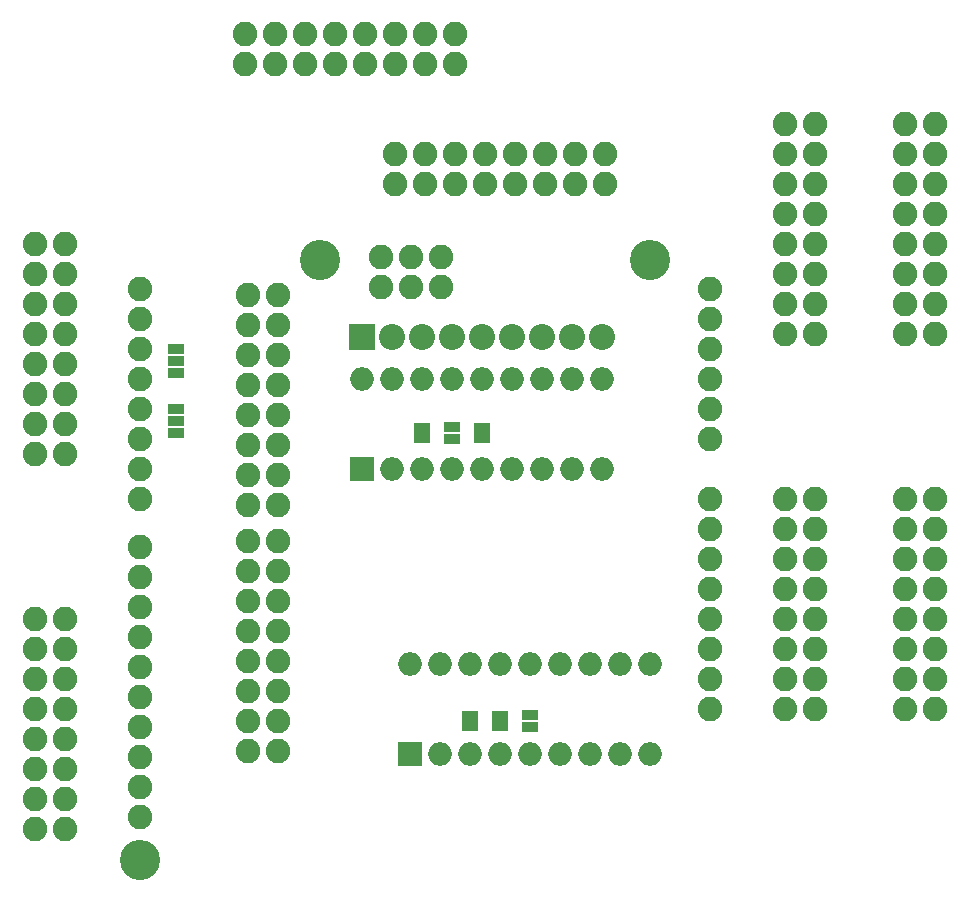
<source format=gbs>
G04 #@! TF.FileFunction,Soldermask,Bot*
%FSLAX46Y46*%
G04 Gerber Fmt 4.6, Leading zero omitted, Abs format (unit mm)*
G04 Created by KiCad (PCBNEW 4.0.7) date 04/09/18 16:02:50*
%MOMM*%
%LPD*%
G01*
G04 APERTURE LIST*
%ADD10C,0.100000*%
%ADD11R,1.473200X0.838200*%
%ADD12R,2.000000X2.000000*%
%ADD13O,2.000000X2.000000*%
%ADD14C,2.082800*%
%ADD15C,3.403200*%
%ADD16R,2.210000X2.210000*%
%ADD17C,2.210000*%
G04 APERTURE END LIST*
D10*
D11*
X107188000Y-83312000D03*
X107188000Y-82296000D03*
X107188000Y-81280000D03*
X107188000Y-78232000D03*
X107188000Y-77216000D03*
X107188000Y-76200000D03*
D12*
X127000000Y-110490000D03*
D13*
X147320000Y-102870000D03*
X129540000Y-110490000D03*
X144780000Y-102870000D03*
X132080000Y-110490000D03*
X142240000Y-102870000D03*
X134620000Y-110490000D03*
X139700000Y-102870000D03*
X137160000Y-110490000D03*
X137160000Y-102870000D03*
X139700000Y-110490000D03*
X134620000Y-102870000D03*
X142240000Y-110490000D03*
X132080000Y-102870000D03*
X144780000Y-110490000D03*
X129540000Y-102870000D03*
X147320000Y-110490000D03*
X127000000Y-102870000D03*
D11*
X137160000Y-107188000D03*
X137160000Y-108204000D03*
X134620000Y-107289600D03*
X134620000Y-108102400D03*
X132080000Y-107289600D03*
X132080000Y-108102400D03*
D12*
X122936000Y-86360000D03*
D13*
X143256000Y-78740000D03*
X125476000Y-86360000D03*
X140716000Y-78740000D03*
X128016000Y-86360000D03*
X138176000Y-78740000D03*
X130556000Y-86360000D03*
X135636000Y-78740000D03*
X133096000Y-86360000D03*
X133096000Y-78740000D03*
X135636000Y-86360000D03*
X130556000Y-78740000D03*
X138176000Y-86360000D03*
X128016000Y-78740000D03*
X140716000Y-86360000D03*
X125476000Y-78740000D03*
X143256000Y-86360000D03*
X122936000Y-78740000D03*
D11*
X133096000Y-82905600D03*
X133096000Y-83718400D03*
X130556000Y-82804000D03*
X130556000Y-83820000D03*
X128016000Y-82905600D03*
X128016000Y-83718400D03*
D14*
X152400000Y-99060000D03*
X152400000Y-96520000D03*
X124510800Y-68440300D03*
X152400000Y-83820000D03*
X152400000Y-81280000D03*
X152400000Y-78740000D03*
X152400000Y-76200000D03*
X152400000Y-73660000D03*
X152400000Y-71120000D03*
X104140000Y-110744000D03*
X104140000Y-76200000D03*
X104140000Y-78740000D03*
X104140000Y-81280000D03*
X104140000Y-83820000D03*
X104140000Y-86360000D03*
X104140000Y-88900000D03*
X104140000Y-92964000D03*
X104140000Y-95504000D03*
X104140000Y-98044000D03*
X104140000Y-100584000D03*
X104140000Y-103124000D03*
X104140000Y-105664000D03*
X152400000Y-93980000D03*
X152400000Y-91440000D03*
X104140000Y-108204000D03*
X129588260Y-68440300D03*
X152400000Y-104140000D03*
X124510800Y-70980300D03*
X127050800Y-68440300D03*
X152400000Y-106680000D03*
X152400000Y-101600000D03*
X129588260Y-70980300D03*
X104140000Y-71120000D03*
X127050800Y-70980300D03*
X104140000Y-115824000D03*
X104140000Y-113284000D03*
X104140000Y-73660000D03*
X152400000Y-88900000D03*
X158750000Y-88900000D03*
X161290000Y-88900000D03*
X158750000Y-91440000D03*
X161290000Y-91440000D03*
X158750000Y-93980000D03*
X161290000Y-93980000D03*
X158750000Y-96520000D03*
X161290000Y-96520000D03*
X158750000Y-99060000D03*
X161290000Y-99060000D03*
X158750000Y-101600000D03*
X161290000Y-101600000D03*
X158750000Y-104140000D03*
X161290000Y-104140000D03*
X158750000Y-106680000D03*
X161290000Y-106680000D03*
X158750000Y-57150000D03*
X161290000Y-57150000D03*
X158750000Y-59690000D03*
X161290000Y-59690000D03*
X158750000Y-62230000D03*
X161290000Y-62230000D03*
X158750000Y-64770000D03*
X161290000Y-64770000D03*
X158750000Y-67310000D03*
X161290000Y-67310000D03*
X158750000Y-69850000D03*
X161290000Y-69850000D03*
X158750000Y-72390000D03*
X161290000Y-72390000D03*
X158750000Y-74930000D03*
X161290000Y-74930000D03*
X168910000Y-88900000D03*
X171450000Y-88900000D03*
X168910000Y-91440000D03*
X171450000Y-91440000D03*
X168910000Y-93980000D03*
X171450000Y-93980000D03*
X168910000Y-96520000D03*
X171450000Y-96520000D03*
X168910000Y-99060000D03*
X171450000Y-99060000D03*
X168910000Y-101600000D03*
X171450000Y-101600000D03*
X168910000Y-104140000D03*
X171450000Y-104140000D03*
X168910000Y-106680000D03*
X171450000Y-106680000D03*
X168910000Y-57150000D03*
X171450000Y-57150000D03*
X168910000Y-59690000D03*
X171450000Y-59690000D03*
X168910000Y-62230000D03*
X171450000Y-62230000D03*
X168910000Y-64770000D03*
X171450000Y-64770000D03*
X168910000Y-67310000D03*
X171450000Y-67310000D03*
X168910000Y-69850000D03*
X171450000Y-69850000D03*
X168910000Y-72390000D03*
X171450000Y-72390000D03*
X168910000Y-74930000D03*
X171450000Y-74930000D03*
X97790000Y-116840000D03*
X95250000Y-116840000D03*
X97790000Y-114300000D03*
X95250000Y-114300000D03*
X97790000Y-111760000D03*
X95250000Y-111760000D03*
X97790000Y-109220000D03*
X95250000Y-109220000D03*
X97790000Y-106680000D03*
X95250000Y-106680000D03*
X97790000Y-104140000D03*
X95250000Y-104140000D03*
X97790000Y-101600000D03*
X95250000Y-101600000D03*
X97790000Y-99060000D03*
X95250000Y-99060000D03*
X97790000Y-85090000D03*
X95250000Y-85090000D03*
X97790000Y-82550000D03*
X95250000Y-82550000D03*
X97790000Y-80010000D03*
X95250000Y-80010000D03*
X97790000Y-77470000D03*
X95250000Y-77470000D03*
X97790000Y-74930000D03*
X95250000Y-74930000D03*
X97790000Y-72390000D03*
X95250000Y-72390000D03*
X97790000Y-69850000D03*
X95250000Y-69850000D03*
X97790000Y-67310000D03*
X95250000Y-67310000D03*
X125730000Y-62230000D03*
X125730000Y-59690000D03*
X128270000Y-62230000D03*
X128270000Y-59690000D03*
X130810000Y-62230000D03*
X130810000Y-59690000D03*
X133350000Y-62230000D03*
X133350000Y-59690000D03*
X135890000Y-62230000D03*
X135890000Y-59690000D03*
X138430000Y-62230000D03*
X138430000Y-59690000D03*
X140970000Y-62230000D03*
X140970000Y-59690000D03*
X143510000Y-62230000D03*
X143510000Y-59690000D03*
X113030000Y-52070000D03*
X113030000Y-49530000D03*
X115570000Y-52070000D03*
X115570000Y-49530000D03*
X118110000Y-52070000D03*
X118110000Y-49530000D03*
X120650000Y-52070000D03*
X120650000Y-49530000D03*
X123190000Y-52070000D03*
X123190000Y-49530000D03*
X125730000Y-52070000D03*
X125730000Y-49530000D03*
X128270000Y-52070000D03*
X128270000Y-49530000D03*
X130810000Y-52070000D03*
X130810000Y-49530000D03*
X113284000Y-71628000D03*
X115824000Y-71628000D03*
X113284000Y-74168000D03*
X115824000Y-74168000D03*
X113284000Y-76708000D03*
X115824000Y-76708000D03*
X113284000Y-79248000D03*
X115824000Y-79248000D03*
X113284000Y-81788000D03*
X115824000Y-81788000D03*
X113284000Y-84328000D03*
X115824000Y-84328000D03*
X113284000Y-86868000D03*
X115824000Y-86868000D03*
X113284000Y-89408000D03*
X115824000Y-89408000D03*
X113284000Y-92456000D03*
X115824000Y-92456000D03*
X113284000Y-94996000D03*
X115824000Y-94996000D03*
X113284000Y-97536000D03*
X115824000Y-97536000D03*
X113284000Y-100076000D03*
X115824000Y-100076000D03*
X113284000Y-102616000D03*
X115824000Y-102616000D03*
X113284000Y-105156000D03*
X115824000Y-105156000D03*
X113284000Y-107696000D03*
X115824000Y-107696000D03*
X113284000Y-110236000D03*
X115824000Y-110236000D03*
D15*
X104140000Y-119507000D03*
X119380000Y-68707000D03*
X147320000Y-68707000D03*
D16*
X122936000Y-75184000D03*
D17*
X125476000Y-75184000D03*
X128016000Y-75184000D03*
X130556000Y-75184000D03*
X133096000Y-75184000D03*
X135636000Y-75184000D03*
X138176000Y-75184000D03*
X140716000Y-75184000D03*
X143256000Y-75184000D03*
M02*

</source>
